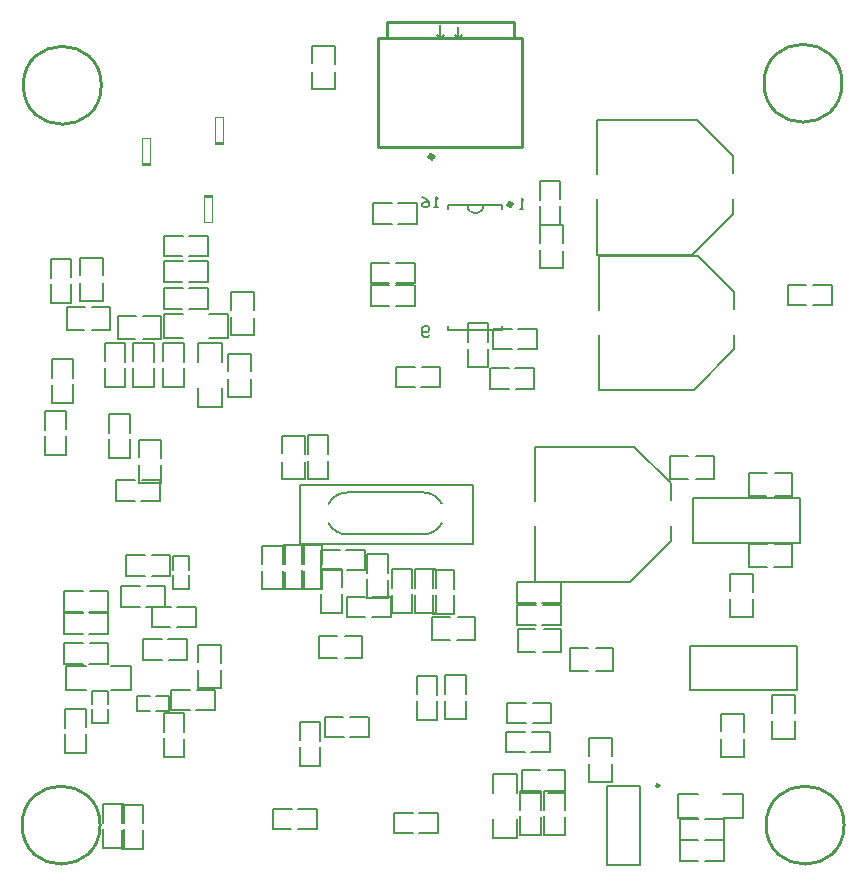
<source format=gbo>
G04*
G04 #@! TF.GenerationSoftware,Altium Limited,Altium Designer,20.0.2 (26)*
G04*
G04 Layer_Color=32896*
%FSLAX25Y25*%
%MOIN*%
G70*
G01*
G75*
%ADD10C,0.00984*%
%ADD11C,0.00500*%
%ADD12C,0.01000*%
%ADD14C,0.00787*%
%ADD15C,0.01500*%
%ADD17C,0.00197*%
%ADD18C,0.00600*%
%ADD192R,0.02600X0.01063*%
D10*
X174327Y24189D02*
G03*
X174327Y24189I-492J0D01*
G01*
D11*
X95663Y107900D02*
G03*
X101864Y111652I0J7000D01*
G01*
Y118148D02*
G03*
X95663Y121900I-6201J-3248D01*
G01*
X64162Y111652D02*
G03*
X70363Y107900I6201J3248D01*
G01*
Y121900D02*
G03*
X64162Y118148I0J-7000D01*
G01*
X110394Y217652D02*
G03*
X115802Y217652I2704J0D01*
G01*
X202500Y42100D02*
Y48100D01*
X194900D02*
X202500D01*
X194900Y42300D02*
Y48100D01*
Y33700D02*
X202500D01*
X194900D02*
Y39600D01*
X202500Y33700D02*
Y39600D01*
X219600Y48260D02*
Y54260D01*
X212000D02*
X219600D01*
X212000Y48460D02*
Y54260D01*
Y39860D02*
X219600D01*
X212000D02*
Y45760D01*
X219600Y39860D02*
Y45760D01*
X56300Y134700D02*
Y140700D01*
X48700D02*
X56300D01*
X48700Y134900D02*
Y140700D01*
Y126300D02*
X56300D01*
X48700D02*
Y132200D01*
X56300Y126300D02*
Y132200D01*
X70163Y121936D02*
X95699D01*
X70163Y107900D02*
X95663D01*
X54663Y104800D02*
X54663Y124500D01*
X112163D01*
X112163Y104800D01*
X54663D02*
X112163D01*
X-4937Y83800D02*
X1363D01*
X3463D02*
X9663D01*
X9737D02*
Y90600D01*
X3563D02*
X9663D01*
X-4937D02*
X1263D01*
X-4937Y83800D02*
Y90600D01*
X-4600Y3163D02*
X2200D01*
X-4600D02*
Y9363D01*
Y11663D02*
Y17763D01*
Y17837D02*
X2200D01*
Y11563D02*
Y17763D01*
Y3163D02*
Y9463D01*
X12400Y100550D02*
X17600D01*
X12400Y96150D02*
Y100550D01*
X17600Y96050D02*
Y100550D01*
X12400Y89850D02*
Y94250D01*
X17600Y89850D02*
Y94250D01*
X12400Y89850D02*
X17600D01*
X-3237Y94200D02*
Y101000D01*
X2963D01*
X5263D02*
X11363D01*
X11437Y94200D02*
Y101000D01*
X5163Y94200D02*
X11363D01*
X-3237D02*
X3063D01*
X-23937Y74800D02*
X-17637D01*
X-15537D02*
X-9337D01*
X-9263D02*
Y81600D01*
X-15437D02*
X-9337D01*
X-23937D02*
X-17737D01*
X-23937Y74800D02*
Y81600D01*
X-14700Y55850D02*
X-9500D01*
X-14700Y51450D02*
Y55850D01*
X-9500Y51350D02*
Y55850D01*
X-14700Y45150D02*
Y49550D01*
X-9500Y45150D02*
Y49550D01*
X-14700Y45150D02*
X-9500D01*
X200Y48900D02*
Y54100D01*
Y48900D02*
X4600D01*
X200Y54100D02*
X4700D01*
X6500Y48900D02*
X10900D01*
X6500Y54100D02*
X10900D01*
Y48900D02*
Y54100D01*
X23923Y200600D02*
Y207400D01*
X17723Y200600D02*
X23923D01*
X9323D02*
X15423D01*
X9249D02*
Y207400D01*
X9323D02*
X15523D01*
X17623D02*
X23923D01*
X62863Y40400D02*
X69163D01*
X71263D02*
X77463D01*
X77537D02*
Y47200D01*
X71363D02*
X77463D01*
X62863D02*
X69063D01*
X62863Y40400D02*
Y47200D01*
X100400Y46063D02*
Y52363D01*
Y54463D02*
Y60663D01*
X93600Y60737D02*
X100400D01*
X93600Y54563D02*
Y60663D01*
Y46063D02*
Y52263D01*
Y46063D02*
X100400D01*
X225537Y191200D02*
X231837D01*
X217237D02*
X223437D01*
X217163Y184400D02*
Y191200D01*
X217237Y184400D02*
X223337D01*
X225637D02*
X231837D01*
Y191200D01*
X128100Y16037D02*
Y22337D01*
Y7737D02*
Y13937D01*
Y7663D02*
X134900D01*
Y7737D02*
Y13837D01*
Y16137D02*
Y22337D01*
X128100D02*
X134900D01*
X118819Y21649D02*
Y28149D01*
X126820Y21649D02*
Y28149D01*
Y6649D02*
Y13149D01*
X118819Y6649D02*
Y13149D01*
Y28149D02*
X126820D01*
X118819Y6649D02*
X126820D01*
X136100Y16037D02*
Y22337D01*
Y7737D02*
Y13937D01*
Y7663D02*
X142900D01*
Y7737D02*
Y13837D01*
Y16137D02*
Y22337D01*
X136100D02*
X142900D01*
X189537Y5900D02*
X195837D01*
X181237D02*
X187437D01*
X181163Y-900D02*
Y5900D01*
X181237Y-900D02*
X187337D01*
X189637D02*
X195837D01*
Y5900D01*
X189537Y13000D02*
X195837D01*
X181237D02*
X187437D01*
X181163Y6200D02*
Y13000D01*
X181237Y6200D02*
X187337D01*
X189637D02*
X195837D01*
Y13000D01*
X195649Y21281D02*
X202149D01*
X195649Y13281D02*
X202149D01*
X180649D02*
X187149D01*
X180649Y21281D02*
X187149D01*
X202149Y13281D02*
Y21281D01*
X180649Y13281D02*
Y21281D01*
X13637Y83700D02*
X19937D01*
X5337D02*
X11537D01*
X5263Y76900D02*
Y83700D01*
X5337Y76900D02*
X11437D01*
X13737D02*
X19937D01*
Y83700D01*
X10737Y72900D02*
X17037D01*
X2437D02*
X8637D01*
X2363Y66100D02*
Y72900D01*
X2437Y66100D02*
X8537D01*
X10837D02*
X17037D01*
Y72900D01*
X-8251Y63981D02*
X-1751D01*
X-8251Y55980D02*
X-1751D01*
X-23251D02*
X-16751D01*
X-23251Y63981D02*
X-16751D01*
X-1751Y55980D02*
Y63981D01*
X-23251Y55980D02*
Y63981D01*
X-23937Y64800D02*
X-17637D01*
X-15537D02*
X-9337D01*
X-9263D02*
Y71600D01*
X-15437D02*
X-9337D01*
X-23937D02*
X-17737D01*
X-23937Y64800D02*
Y71600D01*
Y82200D02*
X-17637D01*
X-15537D02*
X-9337D01*
X-9263D02*
Y89000D01*
X-15437D02*
X-9337D01*
X-23937D02*
X-17737D01*
X-23937Y82200D02*
Y89000D01*
X-23600Y43537D02*
Y49837D01*
Y35237D02*
Y41437D01*
Y35163D02*
X-16800D01*
Y35237D02*
Y41337D01*
Y43637D02*
Y49837D01*
X-23600D02*
X-16800D01*
X9300Y42037D02*
Y48337D01*
Y33737D02*
Y39937D01*
Y33663D02*
X16100D01*
Y33737D02*
Y39837D01*
Y42137D02*
Y48337D01*
X9300D02*
X16100D01*
X11663Y49300D02*
X17963D01*
X20063D02*
X26263D01*
X26337D02*
Y56100D01*
X20163D02*
X26263D01*
X11663D02*
X17863D01*
X11663Y49300D02*
Y56100D01*
X28300Y65200D02*
Y71200D01*
X20700D02*
X28300D01*
X20700Y65400D02*
Y71200D01*
Y56800D02*
X28300D01*
X20700D02*
Y62700D01*
X28300Y56800D02*
Y62700D01*
X-4200Y3363D02*
Y9663D01*
Y11763D02*
Y17963D01*
X-11000Y18037D02*
X-4200D01*
X-11000Y11863D02*
Y17963D01*
Y3363D02*
Y9563D01*
Y3363D02*
X-4200D01*
X-2100Y133363D02*
Y139663D01*
Y141763D02*
Y147963D01*
X-8900Y148037D02*
X-2100D01*
X-8900Y141863D02*
Y147963D01*
Y133363D02*
Y139563D01*
Y133363D02*
X-2100D01*
X8400Y133400D02*
Y139400D01*
X800D02*
X8400D01*
X800Y133600D02*
Y139400D01*
Y125000D02*
X8400D01*
X800D02*
Y130900D01*
X8400Y125000D02*
Y130900D01*
X-6637Y119200D02*
X-337D01*
X1763D02*
X7963D01*
X8037D02*
Y126000D01*
X1863D02*
X7963D01*
X-6637D02*
X-437D01*
X-6637Y119200D02*
Y126000D01*
X-30300Y142837D02*
Y149137D01*
Y134537D02*
Y140737D01*
Y134463D02*
X-23500D01*
Y134537D02*
Y140637D01*
Y142937D02*
Y149137D01*
X-30300D02*
X-23500D01*
X42000Y95700D02*
X42000Y89700D01*
X49600D01*
X49600Y95500D02*
X49600Y89700D01*
X42000Y104100D02*
X49600Y104100D01*
Y98200D02*
Y104100D01*
X42000Y98200D02*
Y104100D01*
X70037Y102700D02*
X76337D01*
X61737D02*
X67937D01*
X61663Y95900D02*
Y102700D01*
X61737Y95900D02*
X67837D01*
X70137D02*
X76337D01*
Y102700D01*
X49000Y97937D02*
Y104237D01*
Y89637D02*
Y95837D01*
Y89563D02*
X55800D01*
Y89637D02*
Y95737D01*
Y98037D02*
Y104237D01*
X49000D02*
X55800D01*
X55300Y98037D02*
Y104337D01*
Y89737D02*
Y95937D01*
Y89663D02*
X62100D01*
Y89737D02*
Y95837D01*
Y98137D02*
Y104337D01*
X55300D02*
X62100D01*
X68500Y81863D02*
Y88163D01*
Y90263D02*
Y96463D01*
X61700Y96537D02*
X68500D01*
X61700Y90363D02*
Y96463D01*
Y81863D02*
Y88063D01*
Y81863D02*
X68500D01*
X99900Y81563D02*
Y87863D01*
Y89963D02*
Y96163D01*
X93100Y96237D02*
X99900D01*
X93100Y90063D02*
Y96163D01*
Y81563D02*
Y87763D01*
Y81563D02*
X99900D01*
X103000Y54637D02*
Y60937D01*
Y46337D02*
Y52537D01*
Y46263D02*
X109800D01*
Y46337D02*
Y52437D01*
Y54737D02*
Y60937D01*
X103000D02*
X109800D01*
X105900Y81463D02*
Y87763D01*
Y89863D02*
Y96063D01*
X99100Y96137D02*
X105900D01*
X99100Y89963D02*
Y96063D01*
Y81463D02*
Y87663D01*
Y81463D02*
X105900D01*
X61400Y30763D02*
Y37063D01*
Y39163D02*
Y45363D01*
X54600Y45437D02*
X61400D01*
X54600Y39263D02*
Y45363D01*
Y30763D02*
Y36963D01*
Y30763D02*
X61400D01*
X78537Y87200D02*
X84837D01*
X70237D02*
X76437D01*
X70163Y80400D02*
Y87200D01*
X70237Y80400D02*
X76337D01*
X78637D02*
X84837D01*
Y87200D01*
X77100Y95037D02*
Y101337D01*
Y86737D02*
Y92937D01*
Y86663D02*
X83900D01*
Y86737D02*
Y92837D01*
Y95137D02*
Y101337D01*
X77100D02*
X83900D01*
X92000Y81663D02*
Y87963D01*
Y90063D02*
Y96263D01*
X85200Y96337D02*
X92000D01*
X85200Y90163D02*
Y96263D01*
Y81663D02*
Y87863D01*
Y81663D02*
X92000D01*
X57200Y134637D02*
Y140937D01*
Y126337D02*
Y132537D01*
Y126263D02*
X64000D01*
Y126337D02*
Y132437D01*
Y134737D02*
Y140937D01*
X57200D02*
X64000D01*
X61000Y74200D02*
X67000D01*
X61000Y66600D02*
Y74200D01*
Y66600D02*
X66800D01*
X75400D02*
Y74200D01*
X69500Y66600D02*
X75400D01*
X69500Y74200D02*
X75400D01*
X107000Y72700D02*
X113000D01*
Y80300D01*
X107200D02*
X113000D01*
X98600Y72700D02*
Y80300D01*
X104500D01*
X98600Y72700D02*
X104500D01*
X53974Y16400D02*
X60274D01*
X45674D02*
X51874D01*
X45600Y9600D02*
Y16400D01*
X45674Y9600D02*
X51774D01*
X54074D02*
X60274D01*
Y16400D01*
X94337Y15100D02*
X100637D01*
X86037D02*
X92237D01*
X85963Y8300D02*
Y15100D01*
X86037Y8300D02*
X92137D01*
X94437D02*
X100637D01*
Y15100D01*
X158700Y33900D02*
Y39900D01*
X151100D02*
X158700D01*
X151100Y34100D02*
Y39900D01*
Y25500D02*
X158700D01*
X151100D02*
Y31400D01*
X158700Y25500D02*
Y31400D01*
X128700Y29400D02*
X134700D01*
X128700Y21800D02*
Y29400D01*
Y21800D02*
X134500D01*
X143100D02*
Y29400D01*
X137200Y21800D02*
X143100D01*
X137200Y29400D02*
X143100D01*
X123363Y35300D02*
X129663D01*
X131763D02*
X137963D01*
X138037D02*
Y42100D01*
X131863D02*
X137963D01*
X123363D02*
X129563D01*
X123363Y35300D02*
Y42100D01*
X123763Y45000D02*
X130063D01*
X132163D02*
X138363D01*
X138437D02*
Y51800D01*
X132263D02*
X138363D01*
X123763D02*
X129963D01*
X123763Y45000D02*
Y51800D01*
X144700Y69900D02*
X150700D01*
X144700Y62300D02*
Y69900D01*
Y62300D02*
X150500D01*
X159100D02*
Y69900D01*
X153200Y62300D02*
X159100D01*
X153200Y69900D02*
X159100D01*
X135600Y68800D02*
X141600D01*
Y76400D01*
X135800D02*
X141600D01*
X127200Y68800D02*
Y76400D01*
X133100D01*
X127200Y68800D02*
X133100D01*
X127063Y85200D02*
X133363D01*
X135463D02*
X141663D01*
X141737D02*
Y92000D01*
X135563D02*
X141663D01*
X127063D02*
X133263D01*
X127063Y85200D02*
Y92000D01*
Y77700D02*
X133363D01*
X135463D02*
X141663D01*
X141737D02*
Y84500D01*
X135563D02*
X141663D01*
X127063D02*
X133263D01*
X127063Y77700D02*
Y84500D01*
X166130Y137041D02*
X178138Y125033D01*
X164555Y92159D02*
X178138Y105742D01*
X132862Y92159D02*
X164555D01*
X178138Y105742D02*
Y110663D01*
Y119324D02*
Y125033D01*
X132862Y92159D02*
Y110663D01*
Y137041D02*
X166130D01*
X132862Y118931D02*
Y137041D01*
X204300Y128300D02*
X210300D01*
X204300Y120700D02*
Y128300D01*
Y120700D02*
X210100D01*
X218700D02*
Y128300D01*
X212800Y120700D02*
X218700D01*
X212800Y128300D02*
X218700D01*
X178100Y134100D02*
X184100D01*
X178100Y126500D02*
Y134100D01*
Y126500D02*
X183900D01*
X192500D02*
Y134100D01*
X186600Y126500D02*
X192500D01*
X186600Y134100D02*
X192500D01*
X212700Y97200D02*
X218700D01*
Y104800D01*
X212900D02*
X218700D01*
X204300Y97200D02*
Y104800D01*
X210200D01*
X204300Y97200D02*
X210200D01*
X205700Y88800D02*
Y94800D01*
X198100D02*
X205700D01*
X198100Y89000D02*
Y94800D01*
Y80400D02*
X205700D01*
X198100D02*
Y86300D01*
X205700Y80400D02*
Y86300D01*
X154162Y182731D02*
Y200841D01*
X187430D01*
X154162Y155959D02*
Y174463D01*
X199438Y183124D02*
Y188833D01*
Y169542D02*
Y174463D01*
X154162Y155959D02*
X185855D01*
X199438Y169542D01*
X187430Y200841D02*
X199438Y188833D01*
X153562Y227931D02*
Y246041D01*
X186830D01*
X153562Y201159D02*
Y219663D01*
X198838Y228324D02*
Y234033D01*
Y214742D02*
Y219663D01*
X153562Y201159D02*
X185255D01*
X198838Y214742D01*
X186830Y246041D02*
X198838Y234033D01*
X134600Y219537D02*
Y225837D01*
Y211237D02*
Y217437D01*
Y211163D02*
X141400D01*
Y211237D02*
Y217337D01*
Y219637D02*
Y225837D01*
X134600D02*
X141400D01*
X86537Y198400D02*
X92837D01*
X78237D02*
X84437D01*
X78163Y191600D02*
Y198400D01*
X78237Y191600D02*
X84337D01*
X86637D02*
X92837D01*
Y198400D01*
X78163Y184100D02*
X84463D01*
X86563D02*
X92763D01*
X92837D02*
Y190900D01*
X86663D02*
X92763D01*
X78163D02*
X84363D01*
X78163Y184100D02*
Y190900D01*
X134700Y196560D02*
Y202560D01*
Y196560D02*
X142300D01*
Y202360D01*
X134700Y210960D02*
X142300D01*
Y205060D02*
Y210960D01*
X134700Y205060D02*
Y210960D01*
X110600Y171937D02*
Y178237D01*
Y163637D02*
Y169837D01*
Y163563D02*
X117400D01*
Y163637D02*
Y169737D01*
Y172037D02*
Y178237D01*
X110600D02*
X117400D01*
X127337Y176500D02*
X133637D01*
X119037D02*
X125237D01*
X118963Y169700D02*
Y176500D01*
X119037Y169700D02*
X125137D01*
X127437D02*
X133637D01*
Y176500D01*
X126437Y163300D02*
X132737D01*
X118137D02*
X124337D01*
X118063Y156500D02*
Y163300D01*
X118137Y156500D02*
X124237D01*
X126537D02*
X132737D01*
Y163300D01*
X86663Y157000D02*
X92963D01*
X95063D02*
X101263D01*
X101337D02*
Y163800D01*
X95163D02*
X101263D01*
X86663D02*
X92863D01*
X86663Y157000D02*
Y163800D01*
X78963Y211500D02*
Y218300D01*
X85163D01*
X87463D02*
X93563D01*
X93637Y211500D02*
Y218300D01*
X87363Y211500D02*
X93563D01*
X78963D02*
X85263D01*
X122098Y177302D02*
X122098Y176152D01*
Y217652D02*
X122098Y216502D01*
X104098Y177302D02*
X104098Y176152D01*
Y217652D02*
X104098Y216502D01*
X104098Y176152D02*
X122098D01*
X104098Y217652D02*
X122098D01*
X30700Y153800D02*
Y159800D01*
Y153800D02*
X38300D01*
Y159600D01*
X30700Y168200D02*
X38300D01*
Y162300D02*
Y168200D01*
X30700Y162300D02*
Y168200D01*
X31700Y174300D02*
Y180300D01*
Y174300D02*
X39300D01*
Y180100D01*
X31700Y188700D02*
X39300D01*
Y182800D02*
Y188700D01*
X31700Y182800D02*
Y188700D01*
X-3600Y157077D02*
Y163377D01*
Y165477D02*
Y171677D01*
X-10400Y171751D02*
X-3600D01*
X-10400Y165577D02*
Y171677D01*
Y157077D02*
Y163277D01*
Y157077D02*
X-3600D01*
X5900D02*
Y163377D01*
Y165477D02*
Y171677D01*
X-900Y171751D02*
X5900D01*
X-900Y165577D02*
Y171677D01*
Y157077D02*
Y163277D01*
Y157077D02*
X5900D01*
X15900D02*
Y163377D01*
Y165477D02*
Y171677D01*
X9100Y171751D02*
X15900D01*
X9100Y165577D02*
Y171677D01*
Y157077D02*
Y163277D01*
Y157077D02*
X15900D01*
X28480Y150251D02*
Y156751D01*
X20481Y150251D02*
Y156751D01*
Y165251D02*
Y171751D01*
X28480Y165251D02*
Y171751D01*
X20481Y150251D02*
X28480D01*
X20481Y171751D02*
X28480D01*
X-23200Y183800D02*
X-17200D01*
X-23200Y176200D02*
Y183800D01*
Y176200D02*
X-17400D01*
X-8800D02*
Y183800D01*
X-14700Y176200D02*
X-8800D01*
X-14700Y183800D02*
X-8800D01*
X-18800Y185800D02*
Y191800D01*
Y185800D02*
X-11200D01*
Y191600D01*
X-18800Y200200D02*
X-11200D01*
Y194300D02*
Y200200D01*
X-18800Y194300D02*
Y200200D01*
X-28400Y193533D02*
Y199833D01*
Y185233D02*
Y191433D01*
Y185159D02*
X-21600D01*
Y185233D02*
Y191333D01*
Y193633D02*
Y199833D01*
X-28400D02*
X-21600D01*
X-21100Y151663D02*
Y157963D01*
Y160063D02*
Y166263D01*
X-27900Y166337D02*
X-21100D01*
X-27900Y160163D02*
Y166263D01*
Y151663D02*
Y157863D01*
Y151663D02*
X-21100D01*
X-6200Y180800D02*
X-200D01*
X-6200Y173200D02*
Y180800D01*
Y173200D02*
X-400D01*
X8200D02*
Y180800D01*
X2300Y173200D02*
X8200D01*
X2300Y180800D02*
X8200D01*
X24249Y181481D02*
X30749D01*
X24249Y173480D02*
X30749D01*
X9249D02*
X15749D01*
X9249Y181481D02*
X15749D01*
X30749Y173480D02*
Y181481D01*
X9249Y173480D02*
Y181481D01*
X17623Y189900D02*
X23923D01*
X9323D02*
X15523D01*
X9249Y183100D02*
Y189900D01*
X9323Y183100D02*
X15423D01*
X17723D02*
X23923D01*
Y189900D01*
X17623Y198900D02*
X23923D01*
X9323D02*
X15523D01*
X9249Y192100D02*
Y198900D01*
X9323Y192100D02*
X15423D01*
X17723D02*
X23923D01*
Y198900D01*
X66300Y264700D02*
Y270700D01*
X58700D02*
X66300D01*
X58700Y264900D02*
Y270700D01*
Y256300D02*
X66300D01*
X58700D02*
Y262200D01*
X66300Y256300D02*
Y262200D01*
X129098Y216402D02*
X127932D01*
X128515D01*
Y219901D01*
X129098Y219318D01*
X97733Y174320D02*
X97150Y173737D01*
X95983D01*
X95400Y174320D01*
Y176653D01*
X95983Y177236D01*
X97150D01*
X97733Y176653D01*
Y176070D01*
X97150Y175487D01*
X95400D01*
X100598Y216902D02*
X99432D01*
X100015D01*
Y220401D01*
X100598Y219818D01*
X95350Y220401D02*
X96516Y219818D01*
X97682Y218651D01*
Y217485D01*
X97099Y216902D01*
X95933D01*
X95350Y217485D01*
Y218068D01*
X95933Y218651D01*
X97682D01*
D12*
X-12008Y11000D02*
G03*
X-12008Y11000I-12992J0D01*
G01*
X235992D02*
G03*
X235992Y11000I-12992J0D01*
G01*
X235292Y258300D02*
G03*
X235292Y258300I-12992J0D01*
G01*
X-11608Y257600D02*
G03*
X-11608Y257600I-12992J0D01*
G01*
X103032Y273240D02*
X103032D01*
X102638D02*
X103032D01*
X125866D02*
Y278600D01*
X83740D02*
X125866D01*
X83740Y273240D02*
Y278600D01*
Y273240D02*
Y277571D01*
Y273240D02*
X128622D01*
Y237020D02*
Y273240D01*
X80590Y237020D02*
X128622D01*
X80590D02*
Y273240D01*
X84134D01*
D14*
X167929Y-2189D02*
Y24189D01*
X156905Y-2189D02*
Y24189D01*
X167929D01*
X156905Y-2189D02*
X167929D01*
X184668Y56000D02*
Y63400D01*
X184700Y56000D02*
X220200D01*
X184700Y70800D02*
X220200D01*
Y56000D02*
Y70800D01*
X184668Y63400D02*
Y70800D01*
X185668Y105100D02*
Y112500D01*
X185700Y105100D02*
X221200D01*
X185700Y119900D02*
X221200D01*
Y105100D02*
Y119900D01*
X185668Y112500D02*
Y119900D01*
D15*
X125098Y217902D02*
G03*
X125098Y217902I-500J0D01*
G01*
X99028Y233772D02*
G03*
X99028Y233772I-623J0D01*
G01*
D17*
X1900Y240000D02*
X4500D01*
X1900Y231000D02*
Y240000D01*
Y231000D02*
X4500D01*
Y240000D01*
X22700Y211900D02*
X25300D01*
Y220900D01*
X22700D02*
X25300D01*
X22700Y211900D02*
Y220900D01*
X26200Y246900D02*
X28800D01*
X26200Y237900D02*
Y246900D01*
Y237900D02*
X28800D01*
Y246900D01*
D18*
X107362Y273240D02*
X108543Y274421D01*
X106181D02*
X107362Y273240D01*
X101457D02*
X102638Y274421D01*
X100276D02*
X101457Y273240D01*
X107362Y273634D02*
Y277177D01*
X101457Y273634D02*
Y277571D01*
D192*
X3200Y231532D02*
D03*
X24000Y220369D02*
D03*
X27500Y238432D02*
D03*
M02*

</source>
